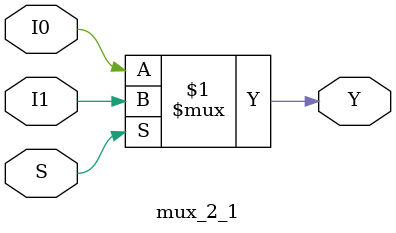
<source format=sv>
module carry_Select_Adder_4Bit(
  input [3:0] A, B,
  input cin,
  output [3:0] sum,
  output carry
);
  wire [3:0] sum1, sum2;
  wire carry1, carry2;

  // Two instances of 4-bit adders with cin = 0 and cin = 1
  fullAdder_4Bit FA1 (.A(A), .B(B), .Cin(0), .sum(sum1), .carry(carry1));
  fullAdder_4Bit FA2 (.A(A), .B(B), .Cin(1), .sum(sum2), .carry(carry2));

  // MUXes to select the correct sum and carry based on cin
  mux_2_1 mux1 (.I0(carry1), .I1(carry2), .S(cin), .Y(carry));
  mux_2_1 mux2 (.I0(sum1[0]), .I1(sum2[0]), .S(cin), .Y(sum[0]));
  mux_2_1 mux3 (.I0(sum1[1]), .I1(sum2[1]), .S(cin), .Y(sum[1]));
  mux_2_1 mux4 (.I0(sum1[2]), .I1(sum2[2]), .S(cin), .Y(sum[2]));
  mux_2_1 mux5 (.I0(sum1[3]), .I1(sum2[3]), .S(cin), .Y(sum[3]));
  
endmodule

module fullAdder_4Bit(
  input [3:0] A, B,
  input Cin,
  output [3:0] sum,
  output carry
);
  wire [2:0] w;

  // 4 1-bit full adders chained together
  fullAdder_1Bit FA1 (.A(A[0]), .B(B[0]), .Cin(Cin), .sum(sum[0]), .carry(w[0]));
  fullAdder_1Bit FA2 (.A(A[1]), .B(B[1]), .Cin(w[0]), .sum(sum[1]), .carry(w[1]));
  fullAdder_1Bit FA3 (.A(A[2]), .B(B[2]), .Cin(w[1]), .sum(sum[2]), .carry(w[2]));
  fullAdder_1Bit FA4 (.A(A[3]), .B(B[3]), .Cin(w[2]), .sum(sum[3]), .carry(carry));
  
endmodule

module fullAdder_1Bit(
  input A, B, Cin,
  output sum, carry
);
  // Define sum and carry using assign statements
  assign sum = A ^ B ^ Cin;
  assign carry = (A & B) | (Cin & (A ^ B));
endmodule

module mux_2_1(
  input I0, I1, S,
  output Y
);
  // Define the MUX functionality using an assign statement
  assign Y = S ? I1 : I0;
endmodule

</source>
